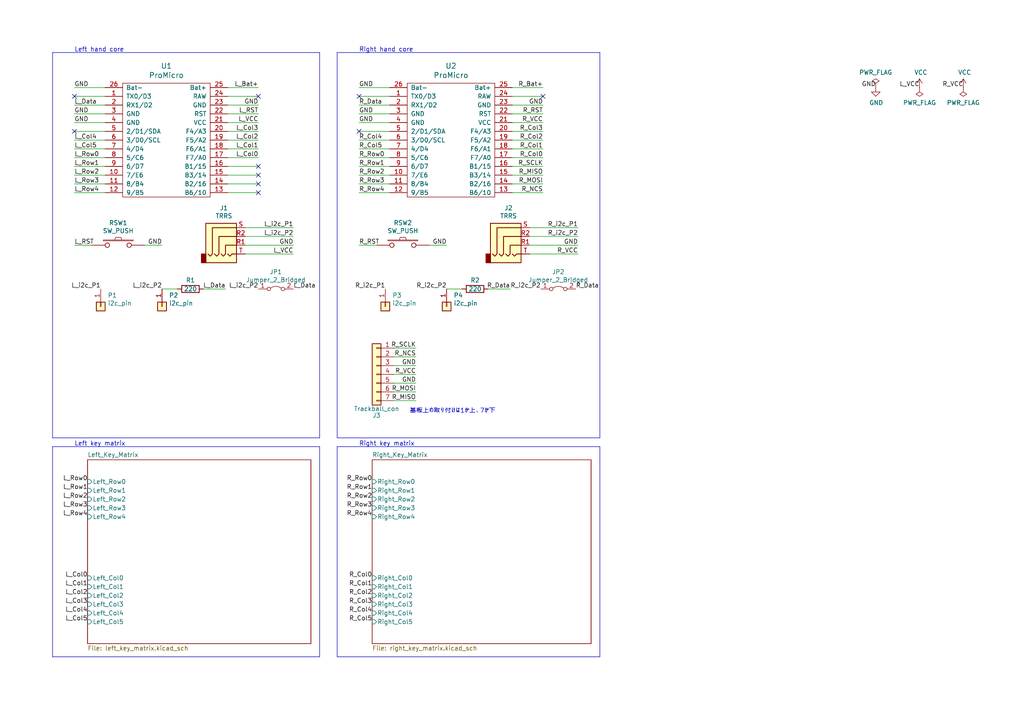
<source format=kicad_sch>
(kicad_sch (version 20230121) (generator eeschema)
  (paper "A4")
  (lib_symbols
    (symbol "Connector:AudioJack4"
      (property "Reference" "J" (at 0 8.89 0))
      (property "Value" "AudioJack4" (at 0 6.35 0))
      (symbol "AudioJack4_0_1"
        (rectangle (start -6.35 -5.08) (end -7.62 -7.62) (stroke (width 0.254)) (fill (type outline)))
        (polyline (pts (xy 0 -5.08) (xy 0.635 -5.715) (xy 1.27 -5.08) (xy 2.54 -5.08)) (stroke (width 0.254)))
        (polyline (pts (xy -5.715 -5.08) (xy -5.08 -5.715) (xy -4.445 -5.08) (xy -4.445 2.54) (xy 2.54 2.54)) (stroke (width 0.254)))
        (polyline (pts (xy -1.905 -5.08) (xy -1.27 -5.715) (xy -0.635 -5.08) (xy -0.635 -2.54) (xy 2.54 -2.54)) (stroke (width 0.254)))
        (polyline (pts (xy 2.54 0) (xy -2.54 0) (xy -2.54 -5.08) (xy -3.175 -5.715) (xy -3.81 -5.08)) (stroke (width 0.254)))
        (rectangle (start 2.54 3.81) (end -6.35 -7.62) (stroke (width 0.254)) (fill (type background)))
      )
      (symbol "AudioJack4_1_1"
        (pin passive line (at 5.08 -2.54 180) (length 2.54) (name "~") (number "R1"))
        (pin passive line (at 5.08 0 180) (length 2.54) (name "~") (number "R2"))
        (pin passive line (at 5.08 2.54 180) (length 2.54) (name "~") (number "S"))
        (pin passive line (at 5.08 -5.08 180) (length 2.54) (name "~") (number "T"))
      )
    )
    (symbol "Connector_Generic:Conn_01x01" (pin_names (offset 1.016) hide)
      (property "Reference" "J" (at 0 2.54 0))
      (property "Value" "Conn_01x01" (at 0 -2.54 0))
      (symbol "Conn_01x01_1_1"
        (rectangle (start -1.27 0.127) (end 0 -0.127) (stroke (width 0.1524)))
        (rectangle (start -1.27 1.27) (end 1.27 -1.27) (stroke (width 0.254)) (fill (type background)))
        (pin passive line (at -5.08 0 0) (length 3.81) (name "Pin_1") (number "1"))
      )
    )
    (symbol "Connector_Generic:Conn_01x07" (pin_names (offset 1.016) hide)
      (property "Reference" "J" (at 0 10.16 0))
      (property "Value" "Conn_01x07" (at 0 -10.16 0))
      (symbol "Conn_01x07_1_1"
        (rectangle (start -1.27 -7.493) (end 0 -7.747) (stroke (width 0.1524)))
        (rectangle (start -1.27 -4.953) (end 0 -5.207) (stroke (width 0.1524)))
        (rectangle (start -1.27 -2.413) (end 0 -2.667) (stroke (width 0.1524)))
        (rectangle (start -1.27 0.127) (end 0 -0.127) (stroke (width 0.1524)))
        (rectangle (start -1.27 2.667) (end 0 2.413) (stroke (width 0.1524)))
        (rectangle (start -1.27 5.207) (end 0 4.953) (stroke (width 0.1524)))
        (rectangle (start -1.27 7.747) (end 0 7.493) (stroke (width 0.1524)))
        (rectangle (start -1.27 8.89) (end 1.27 -8.89) (stroke (width 0.254)) (fill (type background)))
        (pin passive line (at -5.08 7.62 0) (length 3.81) (name "Pin_1") (number "1"))
        (pin passive line (at -5.08 5.08 0) (length 3.81) (name "Pin_2") (number "2"))
        (pin passive line (at -5.08 2.54 0) (length 3.81) (name "Pin_3") (number "3"))
        (pin passive line (at -5.08 0 0) (length 3.81) (name "Pin_4") (number "4"))
        (pin passive line (at -5.08 -2.54 0) (length 3.81) (name "Pin_5") (number "5"))
        (pin passive line (at -5.08 -5.08 0) (length 3.81) (name "Pin_6") (number "6"))
        (pin passive line (at -5.08 -7.62 0) (length 3.81) (name "Pin_7") (number "7"))
      )
    )
    (symbol "Device:R" (pin_numbers hide) (pin_names (offset 0))
      (property "Reference" "R" (at 2.032 0 90))
      (property "Value" "R" (at 0 0 90))
      (symbol "R_0_1"
        (rectangle (start -1.016 -2.54) (end 1.016 2.54) (stroke (width 0.254)))
      )
      (symbol "R_1_1"
        (pin passive line (at 0 3.81 270) (length 1.27) (name "~") (number "1"))
        (pin passive line (at 0 -3.81 90) (length 1.27) (name "~") (number "2"))
      )
    )
    (symbol "Jumper:Jumper_2_Bridged" (pin_names (offset 0) hide)
      (property "Reference" "JP" (at 0 1.905 0))
      (property "Value" "Jumper_2_Bridged" (at 0 -2.54 0))
      (symbol "Jumper_2_Bridged_0_0"
        (circle (center -2.032 0) (radius 0.508))
        (circle (center 2.032 0) (radius 0.508))
      )
      (symbol "Jumper_2_Bridged_0_1"
        (arc (start 1.524 0.254) (mid 0 0.762) (end -1.524 0.254))
      )
      (symbol "Jumper_2_Bridged_1_1"
        (pin passive line (at -5.08 0 0) (length 2.54) (name "A") (number "1"))
        (pin passive line (at 5.08 0 180) (length 2.54) (name "B") (number "2"))
      )
    )
    (symbol "Marby-kicad-library:ProMicro" (pin_names (offset 1.016))
      (property "Reference" "U" (at 0 25.4 0))
      (property "Value" "ProMicro" (at 0 0 0))
      (symbol "ProMicro_0_1"
        (rectangle (start -12.7 22.86) (end 12.7 -10.16))
      )
      (symbol "ProMicro_1_1"
        (pin bidirectional line (at -17.78 19.05 0) (length 5.08) (name "TX0/D3") (number "1"))
        (pin bidirectional line (at -17.78 -3.81 0) (length 5.08) (name "7/E6") (number "10"))
        (pin bidirectional line (at -17.78 -6.35 0) (length 5.08) (name "8/B4") (number "11"))
        (pin bidirectional line (at -17.78 -8.89 0) (length 5.08) (name "9/B5") (number "12"))
        (pin bidirectional line (at 17.78 -8.89 180) (length 5.08) (name "B6/10") (number "13"))
        (pin bidirectional line (at 17.78 -6.35 180) (length 5.08) (name "B2/16") (number "14"))
        (pin bidirectional line (at 17.78 -3.81 180) (length 5.08) (name "B3/14") (number "15"))
        (pin bidirectional line (at 17.78 -1.27 180) (length 5.08) (name "B1/15") (number "16"))
        (pin bidirectional line (at 17.78 1.27 180) (length 5.08) (name "F7/A0") (number "17"))
        (pin bidirectional line (at 17.78 3.81 180) (length 5.08) (name "F6/A1") (number "18"))
        (pin bidirectional line (at 17.78 6.35 180) (length 5.08) (name "F5/A2") (number "19"))
        (pin bidirectional line (at -17.78 16.51 0) (length 5.08) (name "RX1/D2") (number "2"))
        (pin bidirectional line (at 17.78 8.89 180) (length 5.08) (name "F4/A3") (number "20"))
        (pin power_in line (at 17.78 11.43 180) (length 5.08) (name "VCC") (number "21"))
        (pin input line (at 17.78 13.97 180) (length 5.08) (name "RST") (number "22"))
        (pin power_in line (at 17.78 16.51 180) (length 5.08) (name "GND") (number "23"))
        (pin power_out line (at 17.78 19.05 180) (length 5.08) (name "RAW") (number "24"))
        (pin power_in line (at 17.78 21.59 180) (length 5.08) (name "Bat+") (number "25"))
        (pin power_in line (at -17.78 21.59 0) (length 5.08) (name "Bat-") (number "26"))
        (pin power_in line (at -17.78 13.97 0) (length 5.08) (name "GND") (number "3"))
        (pin power_in line (at -17.78 11.43 0) (length 5.08) (name "GND") (number "4"))
        (pin bidirectional line (at -17.78 8.89 0) (length 5.08) (name "2/D1/SDA") (number "5"))
        (pin bidirectional line (at -17.78 6.35 0) (length 5.08) (name "3/D0/SCL") (number "6"))
        (pin bidirectional line (at -17.78 3.81 0) (length 5.08) (name "4/D4") (number "7"))
        (pin bidirectional line (at -17.78 1.27 0) (length 5.08) (name "5/C6") (number "8"))
        (pin bidirectional line (at -17.78 -1.27 0) (length 5.08) (name "6/D7") (number "9"))
      )
    )
    (symbol "kbd:SW_PUSH" (pin_numbers hide) (pin_names (offset 1.016) hide)
      (property "Reference" "SW" (at 3.81 2.794 0))
      (property "Value" "SW_PUSH" (at 0 -2.032 0))
      (symbol "SW_PUSH_0_1"
        (rectangle (start -4.318 1.27) (end 4.318 1.524))
        (polyline (pts (xy -1.016 1.524) (xy -0.762 2.286) (xy 0.762 2.286) (xy 1.016 1.524)))
        (pin passive inverted (at -7.62 0 0) (length 5.08) (name "1") (number "1"))
        (pin passive inverted (at 7.62 0 180) (length 5.08) (name "2") (number "2"))
      )
    )
    (symbol "power:GND" (power) (pin_names (offset 0))
      (property "Value" "GND" (at 0 -3.81 0))
      (symbol "GND_0_1"
        (polyline (pts (xy 0 0) (xy 0 -1.27) (xy 1.27 -1.27) (xy 0 -2.54) (xy -1.27 -1.27) (xy 0 -1.27)))
      )
      (symbol "GND_1_1"
        (pin power_in line (at 0 0 270) (length 0) hide (name "GND") (number "1"))
      )
    )
    (symbol "power:PWR_FLAG" (power) (pin_numbers hide) (pin_names (offset 0) hide)
      (property "Value" "PWR_FLAG" (at 0 3.81 0))
      (symbol "PWR_FLAG_0_0"
        (pin power_out line (at 0 0 90) (length 0) (name "pwr") (number "1"))
      )
      (symbol "PWR_FLAG_0_1"
        (polyline (pts (xy 0 0) (xy 0 1.27) (xy -1.016 1.905) (xy 0 2.54) (xy 1.016 1.905) (xy 0 1.27)))
      )
    )
    (symbol "power:VCC" (power) (pin_names (offset 0))
      (property "Value" "VCC" (at 0 3.81 0))
      (symbol "VCC_0_1"
        (polyline (pts (xy -0.762 1.27) (xy 0 2.54)))
        (polyline (pts (xy 0 0) (xy 0 2.54)))
        (polyline (pts (xy 0 2.54) (xy 0.762 1.27)))
      )
      (symbol "VCC_1_1"
        (pin power_in line (at 0 0 90) (length 0) hide (name "VCC") (number "1"))
      )
    )
  )
  (no_connect (at 74.93 50.8))
  (no_connect (at 74.93 53.34))
  (no_connect (at 21.59 38.1))
  (no_connect (at 21.59 27.94))
  (no_connect (at 74.93 55.88))
  (no_connect (at 104.14 38.1))
  (no_connect (at 74.93 48.26))
  (no_connect (at 74.93 27.94))
  (no_connect (at 157.48 27.94))
  (no_connect (at 104.14 27.94))
  (wire (pts (xy 21.59 35.56) (xy 30.48 35.56)))
  (wire (pts (xy 74.93 40.64) (xy 66.04 40.64)))
  (wire (pts (xy 114.3 111.125) (xy 120.65 111.125)))
  (wire (pts (xy 30.48 48.26) (xy 21.59 48.26)))
  (wire (pts (xy 114.3 116.205) (xy 120.65 116.205)))
  (wire (pts (xy 157.48 45.72) (xy 148.59 45.72)))
  (wire (pts (xy 148.59 35.56) (xy 157.48 35.56)))
  (wire (pts (xy 21.59 25.4) (xy 30.48 25.4)))
  (wire (pts (xy 114.3 106.045) (xy 120.65 106.045)))
  (polyline (pts (xy 97.79 190.5) (xy 173.99 190.5)))
  (wire (pts (xy 71.12 73.66) (xy 85.09 73.66)))
  (wire (pts (xy 148.59 50.8) (xy 157.48 50.8)))
  (wire (pts (xy 114.3 113.665) (xy 120.65 113.665)))
  (wire (pts (xy 148.59 38.1) (xy 157.48 38.1)))
  (wire (pts (xy 148.59 25.4) (xy 157.48 25.4)))
  (polyline (pts (xy 97.79 129.54) (xy 97.79 190.5)))
  (wire (pts (xy 148.59 30.48) (xy 157.48 30.48)))
  (wire (pts (xy 30.48 55.88) (xy 21.59 55.88)))
  (polyline (pts (xy 15.24 129.54) (xy 15.24 190.5)))
  (wire (pts (xy 59.055 83.82) (xy 65.405 83.82)))
  (wire (pts (xy 104.14 40.64) (xy 113.03 40.64)))
  (polyline (pts (xy 92.71 129.54) (xy 15.24 129.54)))
  (wire (pts (xy 46.99 83.82) (xy 51.435 83.82)))
  (polyline (pts (xy 15.24 15.24) (xy 92.71 15.24)))
  (wire (pts (xy 66.04 30.48) (xy 74.93 30.48)))
  (wire (pts (xy 21.59 33.02) (xy 30.48 33.02)))
  (wire (pts (xy 104.14 35.56) (xy 113.03 35.56)))
  (wire (pts (xy 114.3 108.585) (xy 120.65 108.585)))
  (polyline (pts (xy 173.99 15.24) (xy 97.79 15.24)))
  (wire (pts (xy 104.14 38.1) (xy 113.03 38.1)))
  (wire (pts (xy 148.59 33.02) (xy 157.48 33.02)))
  (wire (pts (xy 148.59 53.34) (xy 157.48 53.34)))
  (wire (pts (xy 104.14 27.94) (xy 113.03 27.94)))
  (polyline (pts (xy 97.79 15.24) (xy 97.79 127)))
  (polyline (pts (xy 92.71 127) (xy 92.71 15.24)))
  (wire (pts (xy 74.93 45.72) (xy 66.04 45.72)))
  (wire (pts (xy 113.03 50.8) (xy 104.14 50.8)))
  (wire (pts (xy 113.03 53.34) (xy 104.14 53.34)))
  (wire (pts (xy 114.3 100.965) (xy 120.65 100.965)))
  (wire (pts (xy 113.03 45.72) (xy 104.14 45.72)))
  (wire (pts (xy 66.04 27.94) (xy 74.93 27.94)))
  (wire (pts (xy 153.67 71.12) (xy 167.64 71.12)))
  (wire (pts (xy 129.54 83.82) (xy 133.985 83.82)))
  (wire (pts (xy 74.93 38.1) (xy 66.04 38.1)))
  (wire (pts (xy 30.48 53.34) (xy 21.59 53.34)))
  (wire (pts (xy 21.59 27.94) (xy 30.48 27.94)))
  (wire (pts (xy 114.3 103.505) (xy 120.65 103.505)))
  (wire (pts (xy 153.67 68.58) (xy 167.64 68.58)))
  (wire (pts (xy 71.12 68.58) (xy 85.09 68.58)))
  (wire (pts (xy 109.22 71.12) (xy 104.14 71.12)))
  (wire (pts (xy 148.59 48.26) (xy 157.48 48.26)))
  (wire (pts (xy 153.67 66.04) (xy 167.64 66.04)))
  (wire (pts (xy 66.04 25.4) (xy 74.93 25.4)))
  (wire (pts (xy 113.03 55.88) (xy 104.14 55.88)))
  (polyline (pts (xy 173.99 129.54) (xy 97.79 129.54)))
  (wire (pts (xy 148.59 40.64) (xy 157.48 40.64)))
  (wire (pts (xy 30.48 50.8) (xy 21.59 50.8)))
  (polyline (pts (xy 15.24 15.24) (xy 15.24 127)))
  (wire (pts (xy 141.605 83.82) (xy 147.955 83.82)))
  (polyline (pts (xy 92.71 190.5) (xy 92.71 129.54)))
  (wire (pts (xy 21.59 40.64) (xy 30.48 40.64)))
  (wire (pts (xy 30.48 45.72) (xy 21.59 45.72)))
  (wire (pts (xy 153.67 73.66) (xy 167.64 73.66)))
  (wire (pts (xy 21.59 38.1) (xy 30.48 38.1)))
  (polyline (pts (xy 15.24 127) (xy 92.71 127)))
  (wire (pts (xy 66.04 55.88) (xy 74.93 55.88)))
  (wire (pts (xy 66.04 35.56) (xy 74.93 35.56)))
  (wire (pts (xy 41.91 71.12) (xy 46.99 71.12)))
  (wire (pts (xy 71.12 71.12) (xy 85.09 71.12)))
  (wire (pts (xy 21.59 30.48) (xy 30.48 30.48)))
  (polyline (pts (xy 15.24 190.5) (xy 92.71 190.5)))
  (wire (pts (xy 157.48 43.18) (xy 148.59 43.18)))
  (wire (pts (xy 66.04 33.02) (xy 74.93 33.02)))
  (wire (pts (xy 74.93 43.18) (xy 66.04 43.18)))
  (wire (pts (xy 66.04 53.34) (xy 74.93 53.34)))
  (wire (pts (xy 71.12 66.04) (xy 85.09 66.04)))
  (polyline (pts (xy 173.99 127) (xy 173.99 15.24)))
  (wire (pts (xy 104.14 33.02) (xy 113.03 33.02)))
  (polyline (pts (xy 173.99 190.5) (xy 173.99 129.54)))
  (wire (pts (xy 157.48 55.88) (xy 148.59 55.88)))
  (wire (pts (xy 113.03 43.18) (xy 104.14 43.18)))
  (polyline (pts (xy 97.79 127) (xy 173.99 127)))
  (wire (pts (xy 148.59 27.94) (xy 157.48 27.94)))
  (wire (pts (xy 124.46 71.12) (xy 129.54 71.12)))
  (wire (pts (xy 104.14 25.4) (xy 113.03 25.4)))
  (wire (pts (xy 21.59 43.18) (xy 30.48 43.18)))
  (wire (pts (xy 66.04 48.26) (xy 74.93 48.26)))
  (wire (pts (xy 66.04 50.8) (xy 74.93 50.8)))
  (wire (pts (xy 104.14 30.48) (xy 113.03 30.48)))
  (wire (pts (xy 113.03 48.26) (xy 104.14 48.26)))
  (wire (pts (xy 26.67 71.12) (xy 21.59 71.12)))
  (text "Left hand core" (at 21.59 15.24 0) (effects (font (size 1.27 1.27)) (justify left bottom)))
  (text "基板上の取り付けは1が上、7が下" (at 118.745 120.015 0) (effects (font (size 1.27 1.27)) (justify left bottom)))
  (text "Right key matrix\n" (at 104.14 129.54 0) (effects (font (size 1.27 1.27)) (justify left bottom)))
  (text "Left key matrix\n" (at 21.59 129.54 0) (effects (font (size 1.27 1.27)) (justify left bottom)))
  (text "Right hand core" (at 104.14 15.24 0) (effects (font (size 1.27 1.27)) (justify left bottom)))
  (label "L_Row0" (at 21.59 45.72 0))
  (label "L_Data" (at 85.09 83.82 0))
  (label "L_Col0" (at 25.4 167.64 180))
  (label "L_i2c_P2" (at 85.09 68.58 180))
  (label "R_VCC" (at 167.64 73.66 180))
  (label "R_Row3" (at 107.95 147.32 180))
  (label "L_VCC" (at 74.93 35.56 180))
  (label "R_Col4" (at 104.14 40.64 0))
  (label "L_Col5" (at 21.59 43.18 0))
  (label "R_Data" (at 104.14 30.48 0))
  (label "R_Col2" (at 107.95 172.72 180))
  (label "L_Row2" (at 25.4 144.78 180))
  (label "GND" (at 120.65 111.125 180))
  (label "R_SCLK" (at 157.48 48.26 180))
  (label "GND" (at 157.48 30.48 180))
  (label "L_Col3" (at 74.93 38.1 180))
  (label "R_RST" (at 104.14 71.12 0))
  (label "R_Data" (at 167.005 83.82 0))
  (label "R_Data" (at 147.955 83.82 180))
  (label "GND" (at 46.99 71.12 180))
  (label "L_Row2" (at 21.59 50.8 0))
  (label "L_Col2" (at 25.4 172.72 180))
  (label "R_Bat+" (at 157.48 25.4 180))
  (label "R_Row1" (at 104.14 48.26 0))
  (label "R_Row2" (at 107.95 144.78 180))
  (label "L_Row4" (at 21.59 55.88 0))
  (label "R_Col3" (at 107.95 175.26 180))
  (label "L_RST" (at 74.93 33.02 180))
  (label "R_VCC" (at 120.65 108.585 180))
  (label "R_MISO" (at 120.65 116.205 180))
  (label "R_SCLK" (at 120.65 100.965 180))
  (label "L_VCC" (at 266.7 25.4 180))
  (label "GND" (at 167.64 71.12 180))
  (label "L_Row0" (at 25.4 139.7 180))
  (label "R_Row4" (at 107.95 149.86 180))
  (label "R_VCC" (at 157.48 35.56 180))
  (label "GND" (at 120.65 106.045 180))
  (label "L_Data" (at 65.405 83.82 180))
  (label "R_Col5" (at 107.95 180.34 180))
  (label "L_RST" (at 21.59 71.12 0))
  (label "L_Col0" (at 74.93 45.72 180))
  (label "GND" (at 85.09 71.12 180))
  (label "L_i2c_P1" (at 29.21 83.82 180))
  (label "L_Row3" (at 21.59 53.34 0))
  (label "GND" (at 104.14 35.56 0))
  (label "L_i2c_P2" (at 46.99 83.82 180))
  (label "L_Row1" (at 21.59 48.26 0))
  (label "L_Col5" (at 25.4 180.34 180))
  (label "GND" (at 254 25.4 180))
  (label "R_Row0" (at 107.95 139.7 180))
  (label "R_MISO" (at 157.48 50.8 180))
  (label "L_i2c_P2" (at 74.93 83.82 180))
  (label "L_Col3" (at 25.4 175.26 180))
  (label "R_Col4" (at 107.95 177.8 180))
  (label "R_Col2" (at 157.48 40.64 180))
  (label "R_Col1" (at 157.48 43.18 180))
  (label "L_Col1" (at 74.93 43.18 180))
  (label "GND" (at 21.59 33.02 0))
  (label "L_Col2" (at 74.93 40.64 180))
  (label "R_Row3" (at 104.14 53.34 0))
  (label "R_MOSI" (at 120.65 113.665 180))
  (label "R_i2c_P2" (at 129.54 83.82 180))
  (label "R_Row1" (at 107.95 142.24 180))
  (label "R_NCS" (at 157.48 55.88 180))
  (label "R_i2c_P1" (at 111.76 83.82 180))
  (label "GND" (at 104.14 33.02 0))
  (label "L_Row1" (at 25.4 142.24 180))
  (label "R_Col1" (at 107.95 170.18 180))
  (label "L_VCC" (at 85.09 73.66 180))
  (label "R_Row2" (at 104.14 50.8 0))
  (label "R_i2c_P2" (at 167.64 68.58 180))
  (label "R_Col5" (at 104.14 43.18 0))
  (label "GND" (at 74.93 30.48 180))
  (label "L_Row4" (at 25.4 149.86 180))
  (label "L_Bat+" (at 74.93 25.4 180))
  (label "R_Col0" (at 107.95 167.64 180))
  (label "L_Row3" (at 25.4 147.32 180))
  (label "L_i2c_P1" (at 85.09 66.04 180))
  (label "R_Col0" (at 157.48 45.72 180))
  (label "R_i2c_P2" (at 156.845 83.82 180))
  (label "GND" (at 129.54 71.12 180))
  (label "R_VCC" (at 279.4 25.4 180))
  (label "GND" (at 21.59 35.56 0))
  (label "R_i2c_P1" (at 167.64 66.04 180))
  (label "R_Row0" (at 104.14 45.72 0))
  (label "GND" (at 21.59 25.4 0))
  (label "R_NCS" (at 120.65 103.505 180))
  (label "L_Col1" (at 25.4 170.18 180))
  (label "L_Col4" (at 21.59 40.64 0))
  (label "L_Data" (at 21.59 30.48 0))
  (label "R_Row4" (at 104.14 55.88 0))
  (label "GND" (at 104.14 25.4 0))
  (label "R_RST" (at 157.48 33.02 180))
  (label "L_Col4" (at 25.4 177.8 180))
  (label "R_MOSI" (at 157.48 53.34 180))
  (label "R_Col3" (at 157.48 38.1 180))
  (symbol (lib_id "power:GND") (at 254 25.4 0) (unit 1)
    (property "Reference" "#PWR0101" (effects hide))
    (property "Value" "GND" (at 254.127 29.7942 0))
  )
  (symbol (lib_id "Marby-kicad-library:ProMicro") (at 48.26 46.99 0) (unit 1)
    (property "Reference" "U1" (at 48.26 19.1262 0) (effects (font (size 1.524 1.524))))
    (property "Value" "ProMicro" (at 48.26 21.8186 0) (effects (font (size 1.524 1.524))))
    (property "Footprint" "Marby_kbd_footprint:Board_BMP_Flip_Side" (effects hide))
  )
  (symbol (lib_id "power:VCC") (at 279.4 25.4 0) (unit 1)
    (property "Reference" "#PWR02" (effects hide))
    (property "Value" "VCC" (at 279.781 21.0058 0))
  )
  (symbol (lib_id "power:PWR_FLAG") (at 254 25.4 0) (unit 1)
    (property "Reference" "#FLG01" (effects hide))
    (property "Value" "PWR_FLAG" (at 254 21.0058 0))
  )
  (symbol (lib_id "power:PWR_FLAG") (at 279.4 25.4 180) (unit 1)
    (property "Reference" "#FLG02" (effects hide))
    (property "Value" "PWR_FLAG" (at 279.4 29.7942 0))
  )
  (symbol (lib_id "kbd:SW_PUSH") (at 34.29 71.12 0) (unit 1)
    (property "Reference" "RSW1" (at 34.29 64.643 0))
    (property "Value" "SW_PUSH" (at 34.29 66.9544 0))
    (property "Footprint" "Marby_kbd_footprint:ResetSW_1side" (effects hide))
    (property "LCSC" "220Ω" (effects hide))
  )
  (symbol (lib_id "Connector:AudioJack4") (at 66.04 68.58 0) (unit 1)
    (property "Reference" "J1" (at 64.9478 60.325 0))
    (property "Value" "TRRS" (at 64.9478 62.6364 0))
    (property "Footprint" "Marby_kbd_footprint:TRRS_MJ-4PP-9" (effects hide))
  )
  (symbol (lib_id "Connector_Generic:Conn_01x01") (at 46.99 88.9 270) (unit 1)
    (property "Reference" "P2" (at 49.022 85.6488 90) (effects (justify left)))
    (property "Value" "i2c_pin" (at 49.022 87.9602 90) (effects (justify left)))
    (property "Footprint" "Marby_Library:1pin_conn" (effects hide))
  )
  (symbol (lib_id "Connector_Generic:Conn_01x01") (at 29.21 88.9 270) (unit 1)
    (property "Reference" "P1" (at 31.242 85.6488 90) (effects (justify left)))
    (property "Value" "i2c_pin" (at 31.242 87.9602 90) (effects (justify left)))
    (property "Footprint" "Marby_Library:1pin_conn" (effects hide))
  )
  (symbol (lib_id "Device:R") (at 55.245 83.82 270) (unit 1)
    (property "Reference" "R1" (at 55.245 81.28 90))
    (property "Value" "220" (at 55.245 83.82 90))
    (property "Footprint" "Resistor_SMD:R_1206_3216Metric" (effects hide))
  )
  (symbol (lib_id "Marby-kicad-library:ProMicro") (at 130.81 46.99 0) (unit 1)
    (property "Reference" "U2" (at 130.81 19.1262 0) (effects (font (size 1.524 1.524))))
    (property "Value" "ProMicro" (at 130.81 21.8186 0) (effects (font (size 1.524 1.524))))
    (property "Footprint" "Marby_kbd_footprint:Board_BMP_Flip_Side" (effects hide))
  )
  (symbol (lib_id "Connector_Generic:Conn_01x01") (at 129.54 88.9 270) (unit 1)
    (property "Reference" "P4" (at 131.572 85.6488 90) (effects (justify left)))
    (property "Value" "i2c_pin" (at 131.572 87.9602 90) (effects (justify left)))
    (property "Footprint" "Marby_Library:1pin_conn" (effects hide))
  )
  (symbol (lib_id "Connector_Generic:Conn_01x01") (at 111.76 88.9 270) (unit 1)
    (property "Reference" "P3" (at 113.792 85.6488 90) (effects (justify left)))
    (property "Value" "i2c_pin" (at 113.792 87.9602 90) (effects (justify left)))
    (property "Footprint" "Marby_Library:1pin_conn" (effects hide))
  )
  (symbol (lib_id "Device:R") (at 137.795 83.82 270) (unit 1)
    (property "Reference" "R2" (at 137.795 81.28 90))
    (property "Value" "220" (at 137.795 83.82 90))
    (property "Footprint" "Resistor_SMD:R_1206_3216Metric" (effects hide))
  )
  (symbol (lib_id "kbd:SW_PUSH") (at 116.84 71.12 0) (unit 1)
    (property "Reference" "RSW2" (at 116.84 64.643 0))
    (property "Value" "SW_PUSH" (at 116.84 66.9544 0))
    (property "Footprint" "Marby_kbd_footprint:ResetSW_1side" (effects hide))
    (property "LCSC" "220Ω" (effects hide))
  )
  (symbol (lib_id "Connector:AudioJack4") (at 148.59 68.58 0) (unit 1)
    (property "Reference" "J2" (at 147.4978 60.325 0))
    (property "Value" "TRRS" (at 147.4978 62.6364 0))
    (property "Footprint" "Marby_kbd_footprint:TRRS_MJ-4PP-9" (effects hide))
  )
  (symbol (lib_id "Jumper:Jumper_2_Bridged") (at 80.01 83.82 0) (unit 1)
    (property "Reference" "JP1" (at 80.01 78.867 0))
    (property "Value" "Jumper_2_Bridged" (at 80.01 81.1784 0))
    (property "Footprint" "Jumper:SolderJumper-2_P1.3mm_Bridged_RoundedPad1.0x1.5mm" (effects hide))
  )
  (symbol (lib_id "Connector_Generic:Conn_01x07") (at 109.22 108.585 0) (mirror y) (unit 1)
    (property "Reference" "J3" (at 109.22 120.4849 0))
    (property "Value" "Trackball_con" (at 109.22 118.5639 0))
    (property "Footprint" "Connector_PinHeader_2.54mm:PinHeader_1x07_P2.54mm_Vertical" (effects hide))
  )
  (symbol (lib_id "Jumper:Jumper_2_Bridged") (at 161.925 83.82 0) (unit 1)
    (property "Reference" "JP2" (at 161.925 78.867 0))
    (property "Value" "Jumper_2_Bridged" (at 161.925 81.1784 0))
    (property "Footprint" "Jumper:SolderJumper-2_P1.3mm_Bridged_RoundedPad1.0x1.5mm" (effects hide))
  )
  (symbol (lib_id "power:VCC") (at 266.7 25.4 0) (unit 1)
    (property "Reference" "#PWR0102" (effects hide))
    (property "Value" "VCC" (at 267.081 21.0058 0))
  )
  (symbol (lib_id "power:PWR_FLAG") (at 266.7 25.4 180) (unit 1)
    (property "Reference" "#FLG0101" (effects hide))
    (property "Value" "PWR_FLAG" (at 266.7 29.7942 0))
  )
  (sheet (at 25.4 133.35) (size 64.77 53.34)
    (property "Sheetname" "Left_Key_Matrix" (at 25.4 132.6384 0) (effects (justify left bottom)))
    (property "Sheetfile" "left_key_matrix.kicad_sch" (at 25.4 187.2746 0) (effects (justify left top)))
    (pin "Left_Row0" input (at 25.4 139.7 180))
    (pin "Left_Row1" input (at 25.4 142.24 180))
    (pin "Left_Row2" input (at 25.4 144.78 180))
    (pin "Left_Col0" input (at 25.4 167.64 180))
    (pin "Left_Col1" input (at 25.4 170.18 180))
    (pin "Left_Col2" input (at 25.4 172.72 180))
    (pin "Left_Col3" input (at 25.4 175.26 180))
    (pin "Left_Col4" input (at 25.4 177.8 180))
    (pin "Left_Col5" input (at 25.4 180.34 180))
    (pin "Left_Row3" input (at 25.4 147.32 180))
    (pin "Left_Row4" input (at 25.4 149.86 180))
  )
  (sheet (at 107.95 133.35) (size 63.5 53.34)
    (property "Sheetname" "Right_Key_Matrix" (at 107.95 132.6384 0) (effects (justify left bottom)))
    (property "Sheetfile" "right_key_matrix.kicad_sch" (at 107.95 187.2746 0) (effects (justify left top)))
    (pin "Right_Row0" input (at 107.95 139.7 180))
    (pin "Right_Row1" input (at 107.95 142.24 180))
    (pin "Right_Row2" input (at 107.95 144.78 180))
    (pin "Right_Col5" input (at 107.95 180.34 180))
    (pin "Right_Col4" input (at 107.95 177.8 180))
    (pin "Right_Col3" input (at 107.95 175.26 180))
    (pin "Right_Col2" input (at 107.95 172.72 180))
    (pin "Right_Col1" input (at 107.95 170.18 180))
    (pin "Right_Col0" input (at 107.95 167.64 180))
    (pin "Right_Row3" input (at 107.95 147.32 180))
    (pin "Right_Row4" input (at 107.95 149.86 180))
  )
)
</source>
